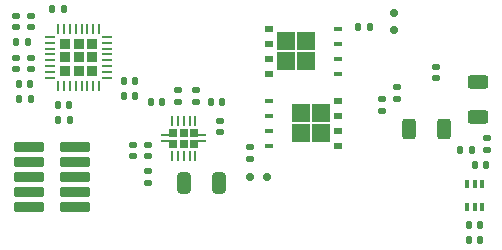
<source format=gbr>
%TF.GenerationSoftware,KiCad,Pcbnew,(7.0.0-0)*%
%TF.CreationDate,2023-08-11T18:05:37-07:00*%
%TF.ProjectId,Headlights_Driver,48656164-6c69-4676-9874-735f44726976,rev?*%
%TF.SameCoordinates,Original*%
%TF.FileFunction,Paste,Top*%
%TF.FilePolarity,Positive*%
%FSLAX46Y46*%
G04 Gerber Fmt 4.6, Leading zero omitted, Abs format (unit mm)*
G04 Created by KiCad (PCBNEW (7.0.0-0)) date 2023-08-11 18:05:37*
%MOMM*%
%LPD*%
G01*
G04 APERTURE LIST*
G04 Aperture macros list*
%AMRoundRect*
0 Rectangle with rounded corners*
0 $1 Rounding radius*
0 $2 $3 $4 $5 $6 $7 $8 $9 X,Y pos of 4 corners*
0 Add a 4 corners polygon primitive as box body*
4,1,4,$2,$3,$4,$5,$6,$7,$8,$9,$2,$3,0*
0 Add four circle primitives for the rounded corners*
1,1,$1+$1,$2,$3*
1,1,$1+$1,$4,$5*
1,1,$1+$1,$6,$7*
1,1,$1+$1,$8,$9*
0 Add four rect primitives between the rounded corners*
20,1,$1+$1,$2,$3,$4,$5,0*
20,1,$1+$1,$4,$5,$6,$7,0*
20,1,$1+$1,$6,$7,$8,$9,0*
20,1,$1+$1,$8,$9,$2,$3,0*%
G04 Aperture macros list end*
%ADD10RoundRect,0.200000X-1.110000X0.200000X-1.110000X-0.200000X1.110000X-0.200000X1.110000X0.200000X0*%
%ADD11RoundRect,0.250000X-0.325000X-0.650000X0.325000X-0.650000X0.325000X0.650000X-0.325000X0.650000X0*%
%ADD12RoundRect,0.140000X0.170000X-0.140000X0.170000X0.140000X-0.170000X0.140000X-0.170000X-0.140000X0*%
%ADD13RoundRect,0.135000X0.185000X-0.135000X0.185000X0.135000X-0.185000X0.135000X-0.185000X-0.135000X0*%
%ADD14R,0.640000X0.640000*%
%ADD15R,0.280000X0.850000*%
%ADD16R,0.700000X0.280000*%
%ADD17RoundRect,0.140000X-0.170000X0.140000X-0.170000X-0.140000X0.170000X-0.140000X0.170000X0.140000X0*%
%ADD18RoundRect,0.135000X0.135000X0.185000X-0.135000X0.185000X-0.135000X-0.185000X0.135000X-0.185000X0*%
%ADD19RoundRect,0.232500X-0.232500X-0.232500X0.232500X-0.232500X0.232500X0.232500X-0.232500X0.232500X0*%
%ADD20RoundRect,0.062500X-0.375000X-0.062500X0.375000X-0.062500X0.375000X0.062500X-0.375000X0.062500X0*%
%ADD21RoundRect,0.062500X-0.062500X-0.375000X0.062500X-0.375000X0.062500X0.375000X-0.062500X0.375000X0*%
%ADD22RoundRect,0.140000X-0.140000X-0.170000X0.140000X-0.170000X0.140000X0.170000X-0.140000X0.170000X0*%
%ADD23R,0.400000X0.650000*%
%ADD24RoundRect,0.140000X0.140000X0.170000X-0.140000X0.170000X-0.140000X-0.170000X0.140000X-0.170000X0*%
%ADD25RoundRect,0.135000X-0.185000X0.135000X-0.185000X-0.135000X0.185000X-0.135000X0.185000X0.135000X0*%
%ADD26RoundRect,0.250000X0.312500X0.625000X-0.312500X0.625000X-0.312500X-0.625000X0.312500X-0.625000X0*%
%ADD27RoundRect,0.250000X-0.625000X0.312500X-0.625000X-0.312500X0.625000X-0.312500X0.625000X0.312500X0*%
%ADD28RoundRect,0.147500X-0.172500X0.147500X-0.172500X-0.147500X0.172500X-0.147500X0.172500X0.147500X0*%
%ADD29RoundRect,0.135000X-0.135000X-0.185000X0.135000X-0.185000X0.135000X0.185000X-0.135000X0.185000X0*%
%ADD30RoundRect,0.150000X0.150000X0.200000X-0.150000X0.200000X-0.150000X-0.200000X0.150000X-0.200000X0*%
%ADD31R,1.500000X1.500000*%
%ADD32R,0.750000X0.500000*%
%ADD33R,0.750000X0.400000*%
%ADD34RoundRect,0.150000X-0.200000X0.150000X-0.200000X-0.150000X0.200000X-0.150000X0.200000X0.150000X0*%
G04 APERTURE END LIST*
D10*
%TO.C,J3*%
X129124000Y-78740000D03*
X133004000Y-78740000D03*
X129124000Y-80010000D03*
X133004000Y-80010000D03*
X129124000Y-81280000D03*
X133004000Y-81280000D03*
X129124000Y-82550000D03*
X133004000Y-82550000D03*
X129124000Y-83820000D03*
X133004000Y-83820000D03*
%TD*%
D11*
%TO.C,C17*%
X142289000Y-81788000D03*
X145239000Y-81788000D03*
%TD*%
D12*
%TO.C,C2*%
X129286000Y-68552000D03*
X129286000Y-67592000D03*
%TD*%
D13*
%TO.C,R8*%
X167894000Y-78996000D03*
X167894000Y-77976000D03*
%TD*%
D14*
%TO.C,U3*%
X141379999Y-78457999D03*
X142239999Y-78457999D03*
X143099999Y-78457999D03*
X141379999Y-77497999D03*
X142239999Y-77497999D03*
X143099999Y-77497999D03*
D15*
X141239999Y-79452999D03*
X141739999Y-79452999D03*
X142239999Y-79452999D03*
X142739999Y-79452999D03*
X143239999Y-79452999D03*
X143239999Y-76502999D03*
X142739999Y-76502999D03*
X142239999Y-76502999D03*
X141739999Y-76502999D03*
X141239999Y-76502999D03*
D16*
X140689999Y-78227999D03*
X143789999Y-78227999D03*
X140689999Y-77727999D03*
X143789999Y-77727999D03*
%TD*%
D17*
%TO.C,C13*%
X145288000Y-76482000D03*
X145288000Y-77442000D03*
%TD*%
D18*
%TO.C,R3*%
X129288000Y-74676000D03*
X128268000Y-74676000D03*
%TD*%
D19*
%TO.C,U1*%
X132200000Y-69970000D03*
X132200000Y-71120000D03*
X132200000Y-72270000D03*
X133350000Y-69970000D03*
X133350000Y-71120000D03*
X133350000Y-72270000D03*
X134500000Y-69970000D03*
X134500000Y-71120000D03*
X134500000Y-72270000D03*
D20*
X130912500Y-69370000D03*
X130912500Y-69870000D03*
X130912500Y-70370000D03*
X130912500Y-70870000D03*
X130912500Y-71370000D03*
X130912500Y-71870000D03*
X130912500Y-72370000D03*
X130912500Y-72870000D03*
D21*
X131600000Y-73557500D03*
X132100000Y-73557500D03*
X132600000Y-73557500D03*
X133100000Y-73557500D03*
X133600000Y-73557500D03*
X134100000Y-73557500D03*
X134600000Y-73557500D03*
X135100000Y-73557500D03*
D20*
X135787500Y-72870000D03*
X135787500Y-72370000D03*
X135787500Y-71870000D03*
X135787500Y-71370000D03*
X135787500Y-70870000D03*
X135787500Y-70370000D03*
X135787500Y-69870000D03*
X135787500Y-69370000D03*
D21*
X135100000Y-68682500D03*
X134600000Y-68682500D03*
X134100000Y-68682500D03*
X133600000Y-68682500D03*
X133100000Y-68682500D03*
X132600000Y-68682500D03*
X132100000Y-68682500D03*
X131600000Y-68682500D03*
%TD*%
D13*
%TO.C,R13*%
X147828000Y-79758000D03*
X147828000Y-78738000D03*
%TD*%
D18*
%TO.C,R12*%
X157990000Y-68580000D03*
X156970000Y-68580000D03*
%TD*%
%TO.C,R2*%
X132082000Y-67056000D03*
X131062000Y-67056000D03*
%TD*%
D22*
%TO.C,C4*%
X137188000Y-73152000D03*
X138148000Y-73152000D03*
%TD*%
D23*
%TO.C,U2*%
X166227999Y-83753999D03*
X166877999Y-83753999D03*
X167527999Y-83753999D03*
X167527999Y-81853999D03*
X166877999Y-81853999D03*
X166227999Y-81853999D03*
%TD*%
D24*
%TO.C,C15*%
X167358000Y-85344000D03*
X166398000Y-85344000D03*
%TD*%
D13*
%TO.C,TH1*%
X159004000Y-75694000D03*
X159004000Y-74674000D03*
%TD*%
D24*
%TO.C,C11*%
X140434000Y-74930000D03*
X139474000Y-74930000D03*
%TD*%
%TO.C,C8*%
X132560000Y-75184000D03*
X131600000Y-75184000D03*
%TD*%
D13*
%TO.C,R6*%
X141732000Y-74932000D03*
X141732000Y-73912000D03*
%TD*%
D12*
%TO.C,C1*%
X128016000Y-68552000D03*
X128016000Y-67592000D03*
%TD*%
D25*
%TO.C,R5*%
X143256000Y-73912000D03*
X143256000Y-74932000D03*
%TD*%
D17*
%TO.C,C5*%
X128016000Y-71148000D03*
X128016000Y-72108000D03*
%TD*%
D24*
%TO.C,C12*%
X167358000Y-86614000D03*
X166398000Y-86614000D03*
%TD*%
D22*
%TO.C,C9*%
X144554000Y-74930000D03*
X145514000Y-74930000D03*
%TD*%
D25*
%TO.C,R7*%
X139192000Y-80770000D03*
X139192000Y-81790000D03*
%TD*%
D26*
%TO.C,R11*%
X164276500Y-77216000D03*
X161351500Y-77216000D03*
%TD*%
D12*
%TO.C,C10*%
X137922000Y-79474000D03*
X137922000Y-78514000D03*
%TD*%
D24*
%TO.C,C16*%
X167866000Y-80264000D03*
X166906000Y-80264000D03*
%TD*%
D27*
%TO.C,R10*%
X167132000Y-73213500D03*
X167132000Y-76138500D03*
%TD*%
D28*
%TO.C,F1*%
X163576000Y-71905000D03*
X163576000Y-72875000D03*
%TD*%
D24*
%TO.C,C7*%
X129258000Y-73406000D03*
X128298000Y-73406000D03*
%TD*%
D29*
%TO.C,R1*%
X128014000Y-69850000D03*
X129034000Y-69850000D03*
%TD*%
D30*
%TO.C,D2*%
X147890000Y-81280000D03*
X149290000Y-81280000D03*
%TD*%
D22*
%TO.C,C3*%
X137188000Y-74422000D03*
X138148000Y-74422000D03*
%TD*%
D13*
%TO.C,R15*%
X160274000Y-74678000D03*
X160274000Y-73658000D03*
%TD*%
D18*
%TO.C,R9*%
X166626000Y-78994000D03*
X165606000Y-78994000D03*
%TD*%
D31*
%TO.C,Q1*%
X152599999Y-71461999D03*
X152599999Y-69761999D03*
X150899999Y-71461999D03*
X150899999Y-69761999D03*
D32*
X149494999Y-72516999D03*
X149494999Y-71246999D03*
X149494999Y-69976999D03*
X149494999Y-68706999D03*
D33*
X155299999Y-72516999D03*
X155299999Y-71246999D03*
X155299999Y-69976999D03*
X155299999Y-68706999D03*
%TD*%
D31*
%TO.C,Q2*%
X152199999Y-75857999D03*
X152199999Y-77557999D03*
X153899999Y-75857999D03*
X153899999Y-77557999D03*
D32*
X155304999Y-74802999D03*
X155304999Y-76072999D03*
X155304999Y-77342999D03*
X155304999Y-78612999D03*
D33*
X149499999Y-74802999D03*
X149499999Y-76072999D03*
X149499999Y-77342999D03*
X149499999Y-78612999D03*
%TD*%
D18*
%TO.C,R4*%
X132590000Y-76454000D03*
X131570000Y-76454000D03*
%TD*%
D17*
%TO.C,C6*%
X129286000Y-71148000D03*
X129286000Y-72108000D03*
%TD*%
D12*
%TO.C,C14*%
X139192000Y-79474000D03*
X139192000Y-78514000D03*
%TD*%
D34*
%TO.C,D1*%
X160020000Y-68772000D03*
X160020000Y-67372000D03*
%TD*%
M02*

</source>
